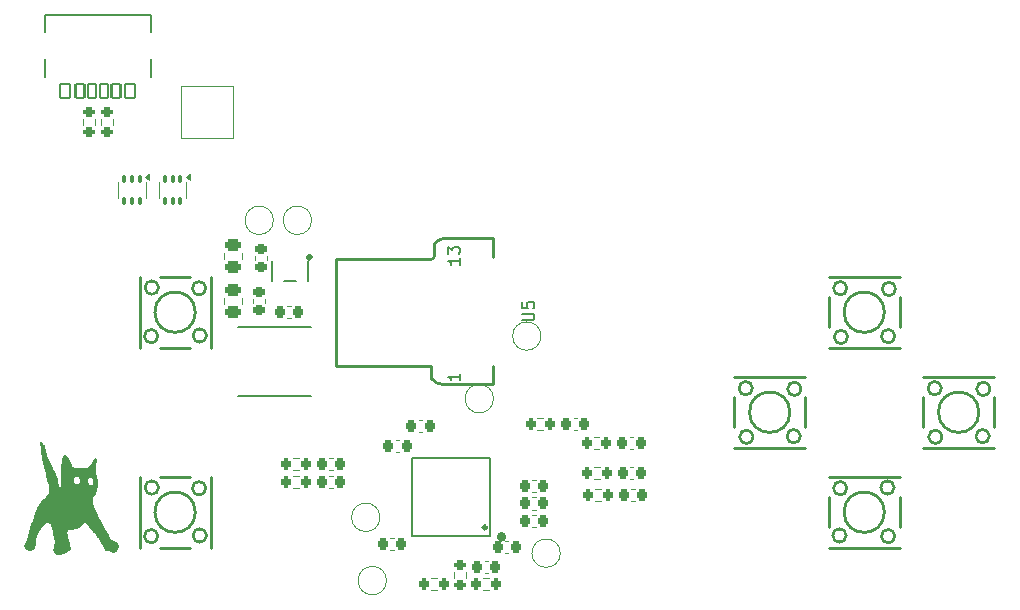
<source format=gto>
%TF.GenerationSoftware,KiCad,Pcbnew,9.0.0*%
%TF.CreationDate,2025-03-23T23:43:44-05:00*%
%TF.ProjectId,stm32card,73746d33-3263-4617-9264-2e6b69636164,rev?*%
%TF.SameCoordinates,Original*%
%TF.FileFunction,Legend,Top*%
%TF.FilePolarity,Positive*%
%FSLAX46Y46*%
G04 Gerber Fmt 4.6, Leading zero omitted, Abs format (unit mm)*
G04 Created by KiCad (PCBNEW 9.0.0) date 2025-03-23 23:43:44*
%MOMM*%
%LPD*%
G01*
G04 APERTURE LIST*
G04 Aperture macros list*
%AMRoundRect*
0 Rectangle with rounded corners*
0 $1 Rounding radius*
0 $2 $3 $4 $5 $6 $7 $8 $9 X,Y pos of 4 corners*
0 Add a 4 corners polygon primitive as box body*
4,1,4,$2,$3,$4,$5,$6,$7,$8,$9,$2,$3,0*
0 Add four circle primitives for the rounded corners*
1,1,$1+$1,$2,$3*
1,1,$1+$1,$4,$5*
1,1,$1+$1,$6,$7*
1,1,$1+$1,$8,$9*
0 Add four rect primitives between the rounded corners*
20,1,$1+$1,$2,$3,$4,$5,0*
20,1,$1+$1,$4,$5,$6,$7,0*
20,1,$1+$1,$6,$7,$8,$9,0*
20,1,$1+$1,$8,$9,$2,$3,0*%
G04 Aperture macros list end*
%ADD10C,0.150000*%
%ADD11C,0.200000*%
%ADD12C,0.000000*%
%ADD13C,0.120000*%
%ADD14C,0.250000*%
%ADD15C,0.300000*%
%ADD16C,0.127000*%
%ADD17C,0.400000*%
%ADD18RoundRect,0.225000X-0.225000X-0.250000X0.225000X-0.250000X0.225000X0.250000X-0.225000X0.250000X0*%
%ADD19RoundRect,0.225000X0.225000X0.250000X-0.225000X0.250000X-0.225000X-0.250000X0.225000X-0.250000X0*%
%ADD20R,1.800000X1.200000*%
%ADD21R,4.000000X4.000000*%
%ADD22C,2.000000*%
%ADD23R,0.490000X1.160000*%
%ADD24R,0.490000X1.180000*%
%ADD25RoundRect,0.200000X-0.200000X-0.275000X0.200000X-0.275000X0.200000X0.275000X-0.200000X0.275000X0*%
%ADD26R,2.200000X0.400000*%
%ADD27RoundRect,0.200000X0.200000X0.275000X-0.200000X0.275000X-0.200000X-0.275000X0.200000X-0.275000X0*%
%ADD28RoundRect,0.100000X-0.100000X0.225000X-0.100000X-0.225000X0.100000X-0.225000X0.100000X0.225000X0*%
%ADD29RoundRect,0.250000X0.450000X-0.262500X0.450000X0.262500X-0.450000X0.262500X-0.450000X-0.262500X0*%
%ADD30RoundRect,0.200000X-0.275000X0.200000X-0.275000X-0.200000X0.275000X-0.200000X0.275000X0.200000X0*%
%ADD31RoundRect,0.102000X0.350000X0.600000X-0.350000X0.600000X-0.350000X-0.600000X0.350000X-0.600000X0*%
%ADD32RoundRect,0.102000X0.380000X0.600000X-0.380000X0.600000X-0.380000X-0.600000X0.380000X-0.600000X0*%
%ADD33RoundRect,0.102000X0.400000X0.600000X-0.400000X0.600000X-0.400000X-0.600000X0.400000X-0.600000X0*%
%ADD34O,1.304000X1.904000*%
%ADD35O,1.500000X0.270000*%
%ADD36O,0.270000X1.500000*%
%ADD37C,12.100000*%
%ADD38C,12.100016*%
%ADD39C,12.100148*%
%ADD40R,1.200000X1.800000*%
%ADD41RoundRect,0.225000X0.250000X-0.225000X0.250000X0.225000X-0.250000X0.225000X-0.250000X-0.225000X0*%
%ADD42R,3.000000X5.500000*%
%ADD43RoundRect,0.225000X-0.250000X0.225000X-0.250000X-0.225000X0.250000X-0.225000X0.250000X0.225000X0*%
G04 APERTURE END LIST*
D10*
X178014285Y-107597438D02*
X178823808Y-107597438D01*
X178823808Y-107597438D02*
X178919046Y-107549819D01*
X178919046Y-107549819D02*
X178966666Y-107502200D01*
X178966666Y-107502200D02*
X179014285Y-107406962D01*
X179014285Y-107406962D02*
X179014285Y-107216486D01*
X179014285Y-107216486D02*
X178966666Y-107121248D01*
X178966666Y-107121248D02*
X178919046Y-107073629D01*
X178919046Y-107073629D02*
X178823808Y-107026010D01*
X178823808Y-107026010D02*
X178014285Y-107026010D01*
X178014285Y-106073629D02*
X178014285Y-106549819D01*
X178014285Y-106549819D02*
X178490475Y-106597438D01*
X178490475Y-106597438D02*
X178442856Y-106549819D01*
X178442856Y-106549819D02*
X178395237Y-106454581D01*
X178395237Y-106454581D02*
X178395237Y-106216486D01*
X178395237Y-106216486D02*
X178442856Y-106121248D01*
X178442856Y-106121248D02*
X178490475Y-106073629D01*
X178490475Y-106073629D02*
X178585713Y-106026010D01*
X178585713Y-106026010D02*
X178823808Y-106026010D01*
X178823808Y-106026010D02*
X178919046Y-106073629D01*
X178919046Y-106073629D02*
X178966666Y-106121248D01*
X178966666Y-106121248D02*
X179014285Y-106216486D01*
X179014285Y-106216486D02*
X179014285Y-106454581D01*
X179014285Y-106454581D02*
X178966666Y-106549819D01*
X178966666Y-106549819D02*
X178919046Y-106597438D01*
D11*
X172711685Y-112107588D02*
X172711685Y-112679016D01*
X172711685Y-112393302D02*
X171711685Y-112393302D01*
X171711685Y-112393302D02*
X171854542Y-112488540D01*
X171854542Y-112488540D02*
X171949780Y-112583778D01*
X171949780Y-112583778D02*
X171997399Y-112679016D01*
X172711685Y-102309969D02*
X172711685Y-102881397D01*
X172711685Y-102595683D02*
X171711685Y-102595683D01*
X171711685Y-102595683D02*
X171854542Y-102690921D01*
X171854542Y-102690921D02*
X171949780Y-102786159D01*
X171949780Y-102786159D02*
X171997399Y-102881397D01*
X171711685Y-101976635D02*
X171711685Y-101357588D01*
X171711685Y-101357588D02*
X172092637Y-101690921D01*
X172092637Y-101690921D02*
X172092637Y-101548064D01*
X172092637Y-101548064D02*
X172140256Y-101452826D01*
X172140256Y-101452826D02*
X172187875Y-101405207D01*
X172187875Y-101405207D02*
X172283113Y-101357588D01*
X172283113Y-101357588D02*
X172521208Y-101357588D01*
X172521208Y-101357588D02*
X172616446Y-101405207D01*
X172616446Y-101405207D02*
X172664066Y-101452826D01*
X172664066Y-101452826D02*
X172711685Y-101548064D01*
X172711685Y-101548064D02*
X172711685Y-101833778D01*
X172711685Y-101833778D02*
X172664066Y-101929016D01*
X172664066Y-101929016D02*
X172616446Y-101976635D01*
D12*
%TO.C,G\u002A\u002A\u002A*%
G36*
X137333516Y-117939951D02*
G01*
X137413070Y-118006470D01*
X137457814Y-118060221D01*
X137516544Y-118139467D01*
X137554262Y-118194974D01*
X137578567Y-118242190D01*
X137597057Y-118296564D01*
X137617331Y-118373542D01*
X137623083Y-118396215D01*
X137650417Y-118502013D01*
X137679122Y-118610335D01*
X137696776Y-118675203D01*
X137719912Y-118768036D01*
X137744095Y-118879485D01*
X137758412Y-118954190D01*
X137784989Y-119063658D01*
X137825061Y-119185170D01*
X137859788Y-119269568D01*
X137952621Y-119465812D01*
X138029196Y-119620343D01*
X138091254Y-119736504D01*
X138140539Y-119817638D01*
X138159218Y-119843879D01*
X138196920Y-119899425D01*
X138217190Y-119941200D01*
X138218304Y-119947762D01*
X138228570Y-119980296D01*
X138255949Y-120044237D01*
X138295309Y-120127871D01*
X138311979Y-120161654D01*
X138359528Y-120260585D01*
X138401693Y-120354970D01*
X138430873Y-120427626D01*
X138435097Y-120439915D01*
X138463374Y-120504056D01*
X138495861Y-120547264D01*
X138502315Y-120551842D01*
X138525873Y-120585553D01*
X138555487Y-120659175D01*
X138589130Y-120764778D01*
X138624776Y-120894430D01*
X138660400Y-121040201D01*
X138693977Y-121194160D01*
X138723480Y-121348375D01*
X138746884Y-121494918D01*
X138751064Y-121525728D01*
X138774726Y-121675833D01*
X138800604Y-121782490D01*
X138828161Y-121844013D01*
X138856861Y-121858719D01*
X138857123Y-121858634D01*
X138876003Y-121843975D01*
X138890736Y-121810744D01*
X138901777Y-121753952D01*
X138909584Y-121668613D01*
X138914611Y-121549738D01*
X138917317Y-121392339D01*
X138918156Y-121191451D01*
X138919514Y-121053970D01*
X140055780Y-121053970D01*
X140056125Y-121164082D01*
X140069251Y-121269257D01*
X140089661Y-121339746D01*
X140142627Y-121410119D01*
X140223338Y-121453428D01*
X140317859Y-121467440D01*
X140412252Y-121449925D01*
X140487611Y-121403474D01*
X140534747Y-121341034D01*
X140555893Y-121260941D01*
X140554002Y-121194472D01*
X141250612Y-121194472D01*
X141263282Y-121311204D01*
X141293566Y-121411373D01*
X141303186Y-121430421D01*
X141345270Y-121494578D01*
X141390739Y-121529153D01*
X141457001Y-121543883D01*
X141511927Y-121547174D01*
X141572359Y-121540347D01*
X141615811Y-121506361D01*
X141640255Y-121471144D01*
X141673007Y-121399989D01*
X141679164Y-121321827D01*
X141675370Y-121283130D01*
X141659494Y-121174488D01*
X141641722Y-121101321D01*
X141616515Y-121050721D01*
X141578330Y-121009779D01*
X141547319Y-120984811D01*
X141457416Y-120934642D01*
X141376291Y-120924014D01*
X141311540Y-120952721D01*
X141282013Y-120992013D01*
X141256531Y-121081350D01*
X141250612Y-121194472D01*
X140554002Y-121194472D01*
X140552820Y-121152896D01*
X140542570Y-121084114D01*
X140510996Y-120963072D01*
X140462614Y-120883244D01*
X140390984Y-120838443D01*
X140289671Y-120822484D01*
X140269974Y-120822194D01*
X140189647Y-120825001D01*
X140141355Y-120837476D01*
X140108749Y-120865702D01*
X140092932Y-120888060D01*
X140068091Y-120956202D01*
X140055780Y-121053970D01*
X138919514Y-121053970D01*
X138919889Y-121016044D01*
X138924702Y-120822059D01*
X138932143Y-120617109D01*
X138941758Y-120408807D01*
X138953094Y-120204768D01*
X138965699Y-120012604D01*
X138979119Y-119839931D01*
X138992901Y-119694360D01*
X139006593Y-119583506D01*
X139017330Y-119524296D01*
X139063348Y-119339892D01*
X139102640Y-119201313D01*
X139135969Y-119106446D01*
X139164103Y-119053178D01*
X139187804Y-119039397D01*
X139192243Y-119041292D01*
X139211773Y-119036207D01*
X139212955Y-119028402D01*
X139231209Y-119004800D01*
X139277873Y-119005123D01*
X139340796Y-119026665D01*
X139407830Y-119066721D01*
X139417130Y-119073873D01*
X139491299Y-119139145D01*
X139552763Y-119204702D01*
X139591989Y-119259557D01*
X139601112Y-119285958D01*
X139613576Y-119317608D01*
X139644735Y-119371439D01*
X139657659Y-119391300D01*
X139693982Y-119454409D01*
X139739137Y-119545298D01*
X139784529Y-119646469D01*
X139793400Y-119667657D01*
X139854745Y-119808471D01*
X139908529Y-119911163D01*
X139960818Y-119984176D01*
X140017677Y-120035955D01*
X140085170Y-120074943D01*
X140086308Y-120075480D01*
X140126495Y-120093498D01*
X140164673Y-120106690D01*
X140208446Y-120115508D01*
X140265419Y-120120405D01*
X140343197Y-120121834D01*
X140449387Y-120120246D01*
X140591592Y-120116096D01*
X140704932Y-120112307D01*
X140817111Y-120112245D01*
X140933499Y-120118011D01*
X141009431Y-120125870D01*
X141144112Y-120145209D01*
X141293014Y-119992441D01*
X141351364Y-119927210D01*
X141421076Y-119841132D01*
X141496037Y-119742794D01*
X141570130Y-119640782D01*
X141637241Y-119543683D01*
X141691255Y-119460084D01*
X141726058Y-119398571D01*
X141735973Y-119370419D01*
X141755645Y-119349901D01*
X141803033Y-119320726D01*
X141860698Y-119291987D01*
X141911201Y-119272777D01*
X141929388Y-119269568D01*
X141951484Y-119293124D01*
X141964791Y-119362571D01*
X141969277Y-119476079D01*
X141964911Y-119631816D01*
X141951663Y-119827950D01*
X141940914Y-119948864D01*
X141897312Y-120406915D01*
X141951470Y-120596360D01*
X141978973Y-120703359D01*
X142000942Y-120808640D01*
X142013006Y-120891014D01*
X142013505Y-120897242D01*
X142022677Y-120976042D01*
X142039604Y-121081025D01*
X142060849Y-121191164D01*
X142063804Y-121205019D01*
X142087290Y-121363600D01*
X142086787Y-121522606D01*
X142061116Y-121694131D01*
X142009099Y-121890268D01*
X141991712Y-121944959D01*
X141962872Y-122037425D01*
X141941247Y-122114712D01*
X141930572Y-122163220D01*
X141930052Y-122169450D01*
X141914532Y-122227388D01*
X141873896Y-122304740D01*
X141817028Y-122386309D01*
X141774538Y-122435470D01*
X141718985Y-122506337D01*
X141668521Y-122590753D01*
X141659173Y-122610242D01*
X141634130Y-122675412D01*
X141625045Y-122735077D01*
X141630255Y-122809855D01*
X141638623Y-122864969D01*
X141656670Y-122964915D01*
X141676630Y-123061784D01*
X141689163Y-123114744D01*
X141712762Y-123207482D01*
X141736023Y-123302130D01*
X141737624Y-123308823D01*
X141758445Y-123375284D01*
X141794021Y-123468901D01*
X141837939Y-123573170D01*
X141855444Y-123612070D01*
X141916842Y-123744536D01*
X141981861Y-123882645D01*
X142045707Y-124016421D01*
X142103585Y-124135888D01*
X142150700Y-124231069D01*
X142181905Y-124291344D01*
X142205093Y-124336089D01*
X142244090Y-124413779D01*
X142293559Y-124513690D01*
X142348160Y-124625101D01*
X142351027Y-124630981D01*
X142430197Y-124790536D01*
X142509674Y-124945487D01*
X142585705Y-125088967D01*
X142654536Y-125214110D01*
X142712413Y-125314047D01*
X142755584Y-125381913D01*
X142774931Y-125406546D01*
X142806018Y-125449886D01*
X142843083Y-125517947D01*
X142859073Y-125552342D01*
X142904327Y-125640604D01*
X142971635Y-125753613D01*
X143052383Y-125878519D01*
X143137959Y-126002469D01*
X143219747Y-126112615D01*
X143289133Y-126196104D01*
X143294411Y-126201803D01*
X143341364Y-126240790D01*
X143380058Y-126256387D01*
X143422432Y-126269674D01*
X143478434Y-126301922D01*
X143482211Y-126304574D01*
X143547228Y-126344244D01*
X143629765Y-126386381D01*
X143659631Y-126399805D01*
X143718655Y-126427695D01*
X143757431Y-126457876D01*
X143783185Y-126502126D01*
X143803139Y-126572225D01*
X143821452Y-126663659D01*
X143832650Y-126830158D01*
X143801709Y-126978296D01*
X143730509Y-127103801D01*
X143620931Y-127202400D01*
X143571879Y-127230778D01*
X143467443Y-127264669D01*
X143350705Y-127272589D01*
X143238485Y-127255753D01*
X143147601Y-127215377D01*
X143126771Y-127198630D01*
X143083949Y-127166119D01*
X143033601Y-127149682D01*
X142958896Y-127145073D01*
X142916778Y-127145627D01*
X142830307Y-127144147D01*
X142759483Y-127136630D01*
X142726309Y-127127430D01*
X142684494Y-127084185D01*
X142638073Y-127000386D01*
X142590471Y-126883325D01*
X142545956Y-126743299D01*
X142495395Y-126610028D01*
X142427197Y-126512722D01*
X142420467Y-126505822D01*
X142362083Y-126434382D01*
X142305136Y-126344227D01*
X142281609Y-126297898D01*
X142228874Y-126203720D01*
X142160890Y-126109763D01*
X142128845Y-126073624D01*
X142061635Y-125994516D01*
X142000235Y-125905750D01*
X141978565Y-125867416D01*
X141938478Y-125804233D01*
X141871469Y-125715695D01*
X141785122Y-125610553D01*
X141687021Y-125497562D01*
X141584750Y-125385474D01*
X141485893Y-125283043D01*
X141404515Y-125204891D01*
X141344372Y-125140454D01*
X141300438Y-125075670D01*
X141286912Y-125042237D01*
X141260991Y-124986960D01*
X141224884Y-124957970D01*
X141185025Y-124930280D01*
X141134215Y-124875680D01*
X141104105Y-124835571D01*
X141038360Y-124758772D01*
X140979430Y-124729755D01*
X140926814Y-124748335D01*
X140911141Y-124764410D01*
X140892862Y-124793846D01*
X140895803Y-124800800D01*
X140893450Y-124816206D01*
X140869122Y-124849319D01*
X140826835Y-124886073D01*
X140796580Y-124897839D01*
X140767907Y-124911889D01*
X140765582Y-124920464D01*
X140745673Y-124945540D01*
X140720591Y-124957369D01*
X140675476Y-124983521D01*
X140619482Y-125030680D01*
X140605357Y-125044800D01*
X140542633Y-125097764D01*
X140457820Y-125153801D01*
X140365393Y-125205009D01*
X140279831Y-125243485D01*
X140215611Y-125261324D01*
X140207969Y-125261736D01*
X140144344Y-125272639D01*
X140116303Y-125283725D01*
X140006204Y-125325352D01*
X139872344Y-125352890D01*
X139738555Y-125361691D01*
X139719710Y-125361096D01*
X139638816Y-125359848D01*
X139589137Y-125369301D01*
X139553656Y-125394845D01*
X139531697Y-125420658D01*
X139500426Y-125469511D01*
X139484998Y-125523346D01*
X139485380Y-125592589D01*
X139501541Y-125687668D01*
X139530485Y-125807581D01*
X139557275Y-125913611D01*
X139581935Y-126015079D01*
X139599686Y-126092267D01*
X139601431Y-126100407D01*
X139625229Y-126192688D01*
X139655472Y-126286072D01*
X139658620Y-126294486D01*
X139682630Y-126374902D01*
X139707373Y-126486428D01*
X139730535Y-126614477D01*
X139749805Y-126744465D01*
X139762870Y-126861807D01*
X139767418Y-126951919D01*
X139766516Y-126974998D01*
X139751600Y-127047052D01*
X139717074Y-127086476D01*
X139704216Y-127093038D01*
X139662472Y-127117968D01*
X139649632Y-127135492D01*
X139629762Y-127151655D01*
X139611003Y-127153999D01*
X139565621Y-127168243D01*
X139510726Y-127202493D01*
X139510693Y-127202519D01*
X139459752Y-127236437D01*
X139422332Y-127251027D01*
X139421727Y-127251039D01*
X139388048Y-127269420D01*
X139367145Y-127294753D01*
X139327946Y-127328092D01*
X139261946Y-127359862D01*
X139233946Y-127369176D01*
X139149186Y-127393989D01*
X139070023Y-127417526D01*
X139053544Y-127422501D01*
X138979184Y-127435357D01*
X138875551Y-127441319D01*
X138759529Y-127440740D01*
X138648005Y-127433975D01*
X138557865Y-127421377D01*
X138521551Y-127411352D01*
X138468434Y-127381520D01*
X138441146Y-127348314D01*
X138440960Y-127347532D01*
X138419847Y-127306939D01*
X138378242Y-127254136D01*
X138370794Y-127246108D01*
X138321383Y-127164097D01*
X138295211Y-127057634D01*
X138294759Y-126946124D01*
X138320511Y-126852988D01*
X138387254Y-126660759D01*
X138413538Y-126445488D01*
X138398918Y-126211570D01*
X138390404Y-126159348D01*
X138347245Y-125923029D01*
X138309423Y-125723763D01*
X138274687Y-125550680D01*
X138240785Y-125392912D01*
X138205466Y-125239589D01*
X138168137Y-125086496D01*
X138139945Y-124980826D01*
X138114637Y-124910181D01*
X138085887Y-124861948D01*
X138047370Y-124823514D01*
X138028907Y-124808893D01*
X137947493Y-124764466D01*
X137861390Y-124745044D01*
X137786482Y-124752602D01*
X137749994Y-124774210D01*
X137709201Y-124798415D01*
X137695159Y-124800800D01*
X137654727Y-124819510D01*
X137593380Y-124870591D01*
X137517744Y-124946466D01*
X137434446Y-125039562D01*
X137350111Y-125142301D01*
X137271366Y-125247109D01*
X137204837Y-125346411D01*
X137177962Y-125392100D01*
X137125016Y-125480608D01*
X137069355Y-125562543D01*
X137028758Y-125613503D01*
X136979579Y-125683924D01*
X136946763Y-125761162D01*
X136944372Y-125771191D01*
X136927557Y-125834942D01*
X136909664Y-125877806D01*
X136907859Y-125880360D01*
X136895542Y-125916003D01*
X136881141Y-125987320D01*
X136866456Y-126081622D01*
X136853289Y-126186221D01*
X136843442Y-126288428D01*
X136838976Y-126365556D01*
X136827022Y-126491154D01*
X136800974Y-126620353D01*
X136764299Y-126744209D01*
X136720465Y-126853778D01*
X136672939Y-126940117D01*
X136625188Y-126994281D01*
X136589747Y-127008441D01*
X136559722Y-127021001D01*
X136506387Y-127052632D01*
X136481421Y-127069090D01*
X136375917Y-127118609D01*
X136265789Y-127124034D01*
X136144309Y-127085313D01*
X136106787Y-127066250D01*
X136027112Y-127013692D01*
X135966615Y-126947447D01*
X135915490Y-126862711D01*
X135876477Y-126781862D01*
X135849462Y-126711252D01*
X135840845Y-126671115D01*
X135850460Y-126631199D01*
X135876877Y-126556714D01*
X135916452Y-126457092D01*
X135965543Y-126341765D01*
X135985096Y-126297654D01*
X136039442Y-126172649D01*
X136088138Y-126053766D01*
X136126651Y-125952558D01*
X136150451Y-125880582D01*
X136153826Y-125867401D01*
X136207351Y-125632698D01*
X136251984Y-125442042D01*
X136288609Y-125291955D01*
X136318108Y-125178958D01*
X136341364Y-125099574D01*
X136359262Y-125050324D01*
X136363737Y-125040870D01*
X136388198Y-124968224D01*
X136398807Y-124886489D01*
X136398820Y-124884052D01*
X136416234Y-124794452D01*
X136467973Y-124716314D01*
X136517779Y-124640122D01*
X136549824Y-124555381D01*
X136552286Y-124542749D01*
X136577755Y-124459077D01*
X136620689Y-124376395D01*
X136628691Y-124364932D01*
X136679037Y-124265022D01*
X136689937Y-124194149D01*
X136701001Y-124115616D01*
X136728547Y-124028320D01*
X136738457Y-124005955D01*
X136768161Y-123935027D01*
X136785306Y-123875797D01*
X136786976Y-123860692D01*
X136796714Y-123810296D01*
X136806388Y-123792806D01*
X136824655Y-123759261D01*
X136852882Y-123694867D01*
X136880858Y-123624200D01*
X136944826Y-123466439D01*
X137006119Y-123336908D01*
X137061494Y-123241850D01*
X137107408Y-123187750D01*
X137134351Y-123154499D01*
X137174228Y-123091808D01*
X137216077Y-123017518D01*
X137264362Y-122937767D01*
X137308980Y-122883470D01*
X137337532Y-122865169D01*
X137377948Y-122841852D01*
X137425963Y-122791888D01*
X137441372Y-122771038D01*
X137502642Y-122698963D01*
X137575778Y-122634854D01*
X137587378Y-122626782D01*
X137655630Y-122569406D01*
X137712314Y-122501844D01*
X137719395Y-122490445D01*
X137757882Y-122426609D01*
X137810246Y-122343252D01*
X137852024Y-122278559D01*
X137897249Y-122205580D01*
X137923119Y-122146793D01*
X137934776Y-122083148D01*
X137937361Y-121995592D01*
X137937150Y-121963182D01*
X137923966Y-121759744D01*
X137890683Y-121540338D01*
X137841418Y-121331650D01*
X137819462Y-121250954D01*
X137802067Y-121179789D01*
X137798271Y-121161831D01*
X137782179Y-121091526D01*
X137754139Y-120982642D01*
X137716245Y-120843043D01*
X137670592Y-120680592D01*
X137662528Y-120652376D01*
X137495850Y-120000418D01*
X137362546Y-119328817D01*
X137266202Y-118656227D01*
X137249737Y-118504234D01*
X137235445Y-118387975D01*
X137217691Y-118278662D01*
X137199327Y-118192732D01*
X137190481Y-118162738D01*
X137164846Y-118051905D01*
X137172416Y-117971877D01*
X137207106Y-117924986D01*
X137262834Y-117913567D01*
X137333516Y-117939951D01*
G37*
D13*
%TO.C,C14*%
X187228862Y-121900210D02*
X187510022Y-121900210D01*
X187228862Y-122920210D02*
X187510022Y-122920210D01*
%TO.C,C4*%
X167573929Y-117743643D02*
X167292769Y-117743643D01*
X167573929Y-118763643D02*
X167292769Y-118763643D01*
D14*
%TO.C,b_up1*%
X203951133Y-103915534D02*
X209951133Y-103915534D01*
X203951133Y-105645534D02*
X203951133Y-108185534D01*
X203951133Y-109915534D02*
X209951133Y-109915534D01*
X209951133Y-105645534D02*
X209951133Y-108185534D01*
X205491133Y-104885534D02*
G75*
G02*
X204351133Y-104885534I-570000J0D01*
G01*
X204351133Y-104885534D02*
G75*
G02*
X205491133Y-104885534I570000J0D01*
G01*
X205551133Y-109005534D02*
G75*
G02*
X204411133Y-109005534I-570000J0D01*
G01*
X204411133Y-109005534D02*
G75*
G02*
X205551133Y-109005534I570000J0D01*
G01*
X208661133Y-106915534D02*
G75*
G02*
X205241133Y-106915534I-1710000J0D01*
G01*
X205241133Y-106915534D02*
G75*
G02*
X208661133Y-106915534I1710000J0D01*
G01*
X209551133Y-108945534D02*
G75*
G02*
X208411133Y-108945534I-570000J0D01*
G01*
X208411133Y-108945534D02*
G75*
G02*
X209551133Y-108945534I570000J0D01*
G01*
X209611133Y-104945534D02*
G75*
G02*
X208471133Y-104945534I-570000J0D01*
G01*
X208471133Y-104945534D02*
G75*
G02*
X209611133Y-104945534I570000J0D01*
G01*
D13*
%TO.C,TP1*%
X149096213Y-87789223D02*
X153496213Y-87789223D01*
X149096213Y-92189223D02*
X149096213Y-87789223D01*
X153496213Y-87789223D02*
X153496213Y-92189223D01*
X153496213Y-92189223D02*
X149096213Y-92189223D01*
%TO.C,unreg_vcc1*%
X160163914Y-99135976D02*
G75*
G02*
X157763914Y-99135976I-1200000J0D01*
G01*
X157763914Y-99135976D02*
G75*
G02*
X160163914Y-99135976I1200000J0D01*
G01*
%TO.C,C16*%
X187132579Y-120025261D02*
X187413739Y-120025261D01*
X187132579Y-121045261D02*
X187413739Y-121045261D01*
%TO.C,SWDIO1*%
X165950573Y-124284125D02*
G75*
G02*
X163550573Y-124284125I-1200000J0D01*
G01*
X163550573Y-124284125D02*
G75*
G02*
X165950573Y-124284125I1200000J0D01*
G01*
D10*
%TO.C,U1*%
X156795688Y-102555065D02*
X156795688Y-104255065D01*
X157845688Y-104255065D02*
X158805688Y-104255065D01*
X159855688Y-102555065D02*
X159855688Y-104255065D01*
D15*
X160125688Y-102265065D02*
G75*
G02*
X159825688Y-102265065I-150000J0D01*
G01*
X159825688Y-102265065D02*
G75*
G02*
X160125688Y-102265065I150000J0D01*
G01*
D13*
%TO.C,R10*%
X174711476Y-129410881D02*
X175185992Y-129410881D01*
X174711476Y-130455881D02*
X175185992Y-130455881D01*
%TO.C,C12*%
X176546275Y-126269815D02*
X176827435Y-126269815D01*
X176546275Y-127289815D02*
X176827435Y-127289815D01*
D14*
%TO.C,U5*%
X162259466Y-111435534D02*
X162259466Y-102435534D01*
X170309466Y-102435534D02*
X162259466Y-102435534D01*
X170309466Y-111435534D02*
X162259466Y-111435534D01*
X170309466Y-111485534D02*
X170309466Y-112535534D01*
X170549466Y-102195534D02*
X170549466Y-101145534D01*
X171559466Y-113035534D02*
X171209466Y-113035534D01*
X175559466Y-100635534D02*
X171559466Y-100635534D01*
X175559466Y-102205534D02*
X175559466Y-100635534D01*
X175559466Y-113035534D02*
X171559466Y-113035534D01*
X175559466Y-113035534D02*
X175559466Y-111475534D01*
X170549466Y-102195534D02*
G75*
G02*
X170309466Y-102435534I-239999J-1D01*
G01*
X170550508Y-101147629D02*
G75*
G02*
X171559466Y-100635534I1008959J-737906D01*
G01*
X171319466Y-113045534D02*
G75*
G02*
X170310508Y-112533439I0J1250000D01*
G01*
D13*
%TO.C,C11*%
X178851070Y-124061621D02*
X179132230Y-124061621D01*
X178851070Y-125081621D02*
X179132230Y-125081621D01*
%TO.C,R11*%
X170768253Y-129412813D02*
X170293737Y-129412813D01*
X170768253Y-130457813D02*
X170293737Y-130457813D01*
%TO.C,U3*%
X147254155Y-95874097D02*
X147254155Y-97274097D01*
X149574155Y-95864097D02*
X149574155Y-97274097D01*
X149854155Y-95734097D02*
X149524155Y-95494097D01*
X149854155Y-95254097D01*
X149854155Y-95734097D01*
G36*
X149854155Y-95734097D02*
G01*
X149524155Y-95494097D01*
X149854155Y-95254097D01*
X149854155Y-95734097D01*
G37*
%TO.C,R4*%
X152763188Y-102374629D02*
X152763188Y-101920501D01*
X154233188Y-102374629D02*
X154233188Y-101920501D01*
%TO.C,R2*%
X142308633Y-90568276D02*
X142308633Y-91042792D01*
X143353633Y-90568276D02*
X143353633Y-91042792D01*
%TO.C,C13*%
X182344599Y-115888550D02*
X182625759Y-115888550D01*
X182344599Y-116908550D02*
X182625759Y-116908550D01*
%TO.C,R3*%
X152763188Y-106199629D02*
X152763188Y-105745501D01*
X154233188Y-106199629D02*
X154233188Y-105745501D01*
%TO.C,C8*%
X179132230Y-121141621D02*
X178851070Y-121141621D01*
X179132230Y-122161621D02*
X178851070Y-122161621D01*
%TO.C,R9*%
X184075901Y-120012761D02*
X184550417Y-120012761D01*
X184075901Y-121057761D02*
X184550417Y-121057761D01*
%TO.C,R13*%
X158621998Y-120763502D02*
X159096514Y-120763502D01*
X158621998Y-121808502D02*
X159096514Y-121808502D01*
%TO.C,C15*%
X187116424Y-117506635D02*
X187397584Y-117506635D01*
X187116424Y-118526635D02*
X187397584Y-118526635D01*
D14*
%TO.C,b_left1*%
X211951133Y-112382201D02*
X217951133Y-112382201D01*
X211951133Y-114112201D02*
X211951133Y-116652201D01*
X211951133Y-118382201D02*
X217951133Y-118382201D01*
X217951133Y-114112201D02*
X217951133Y-116652201D01*
X213491133Y-113352201D02*
G75*
G02*
X212351133Y-113352201I-570000J0D01*
G01*
X212351133Y-113352201D02*
G75*
G02*
X213491133Y-113352201I570000J0D01*
G01*
X213551133Y-117472201D02*
G75*
G02*
X212411133Y-117472201I-570000J0D01*
G01*
X212411133Y-117472201D02*
G75*
G02*
X213551133Y-117472201I570000J0D01*
G01*
X216661133Y-115382201D02*
G75*
G02*
X213241133Y-115382201I-1710000J0D01*
G01*
X213241133Y-115382201D02*
G75*
G02*
X216661133Y-115382201I1710000J0D01*
G01*
X217551133Y-117412201D02*
G75*
G02*
X216411133Y-117412201I-570000J0D01*
G01*
X216411133Y-117412201D02*
G75*
G02*
X217551133Y-117412201I570000J0D01*
G01*
X217611133Y-113412201D02*
G75*
G02*
X216471133Y-113412201I-570000J0D01*
G01*
X216471133Y-113412201D02*
G75*
G02*
X217611133Y-113412201I570000J0D01*
G01*
D13*
%TO.C,C5*%
X178851070Y-122601621D02*
X179132230Y-122601621D01*
X178851070Y-123621621D02*
X179132230Y-123621621D01*
D14*
%TO.C,b_right1*%
X195951133Y-112382201D02*
X201951133Y-112382201D01*
X195951133Y-114112201D02*
X195951133Y-116652201D01*
X195951133Y-118382201D02*
X201951133Y-118382201D01*
X201951133Y-114112201D02*
X201951133Y-116652201D01*
X197491133Y-113352201D02*
G75*
G02*
X196351133Y-113352201I-570000J0D01*
G01*
X196351133Y-113352201D02*
G75*
G02*
X197491133Y-113352201I570000J0D01*
G01*
X197551133Y-117472201D02*
G75*
G02*
X196411133Y-117472201I-570000J0D01*
G01*
X196411133Y-117472201D02*
G75*
G02*
X197551133Y-117472201I570000J0D01*
G01*
X200661133Y-115382201D02*
G75*
G02*
X197241133Y-115382201I-1710000J0D01*
G01*
X197241133Y-115382201D02*
G75*
G02*
X200661133Y-115382201I1710000J0D01*
G01*
X201551133Y-117412201D02*
G75*
G02*
X200411133Y-117412201I-570000J0D01*
G01*
X200411133Y-117412201D02*
G75*
G02*
X201551133Y-117412201I570000J0D01*
G01*
X201611133Y-113412201D02*
G75*
G02*
X200471133Y-113412201I-570000J0D01*
G01*
X200471133Y-113412201D02*
G75*
G02*
X201611133Y-113412201I570000J0D01*
G01*
D13*
%TO.C,R12*%
X158615784Y-119264900D02*
X159090300Y-119264900D01*
X158615784Y-120309900D02*
X159090300Y-120309900D01*
%TO.C,C17*%
X161672462Y-119277400D02*
X161953622Y-119277400D01*
X161672462Y-120297400D02*
X161953622Y-120297400D01*
%TO.C,R6*%
X184172184Y-121887710D02*
X184646700Y-121887710D01*
X184172184Y-122932710D02*
X184646700Y-122932710D01*
%TO.C,TP_mosi1*%
X175562663Y-114235371D02*
G75*
G02*
X173162663Y-114235371I-1200000J0D01*
G01*
X173162663Y-114235371D02*
G75*
G02*
X175562663Y-114235371I1200000J0D01*
G01*
D16*
%TO.C,J1*%
X137604466Y-81730000D02*
X137604466Y-83160000D01*
X137604466Y-86960000D02*
X137604466Y-85500000D01*
X146544466Y-81730000D02*
X137604466Y-81730000D01*
X146544466Y-83160000D02*
X146544466Y-81730000D01*
X146544466Y-86960000D02*
X146544466Y-85500000D01*
D13*
%TO.C,R7*%
X184059746Y-117494135D02*
X184534262Y-117494135D01*
X184059746Y-118539135D02*
X184534262Y-118539135D01*
%TO.C,tst_nrst1*%
X181221047Y-127320001D02*
G75*
G02*
X178821047Y-127320001I-1200000J0D01*
G01*
X178821047Y-127320001D02*
G75*
G02*
X181221047Y-127320001I1200000J0D01*
G01*
%TO.C,TestPoint_gnd1*%
X156934045Y-99135976D02*
G75*
G02*
X154534045Y-99135976I-1200000J0D01*
G01*
X154534045Y-99135976D02*
G75*
G02*
X156934045Y-99135976I1200000J0D01*
G01*
%TO.C,C2*%
X169248031Y-116043306D02*
X169529191Y-116043306D01*
X169248031Y-117063306D02*
X169529191Y-117063306D01*
%TO.C,TP_sck1*%
X179581844Y-108935534D02*
G75*
G02*
X177181844Y-108935534I-1200000J0D01*
G01*
X177181844Y-108935534D02*
G75*
G02*
X179581844Y-108935534I1200000J0D01*
G01*
%TO.C,C18*%
X161678676Y-120776002D02*
X161959836Y-120776002D01*
X161678676Y-121796002D02*
X161959836Y-121796002D01*
D11*
%TO.C,U4*%
X168650878Y-119224125D02*
X175300878Y-119224125D01*
X168650878Y-125424125D02*
X168650878Y-119224125D01*
X168650878Y-125854125D02*
X168650878Y-125094125D01*
X175300878Y-119224125D02*
X175300878Y-125854125D01*
X175300878Y-125854125D02*
X168650878Y-125854125D01*
D17*
X176050878Y-125914125D02*
G75*
G02*
X176050628Y-125924152I200000J-10003D01*
G01*
D14*
X174990878Y-125154125D02*
G75*
G02*
X174650878Y-125154125I-170000J0D01*
G01*
X174650878Y-125154125D02*
G75*
G02*
X174990878Y-125154125I170000J0D01*
G01*
D13*
%TO.C,C10*%
X158107608Y-106350065D02*
X158388768Y-106350065D01*
X158107608Y-107370065D02*
X158388768Y-107370065D01*
D14*
%TO.C,b_b1*%
X145607799Y-126848868D02*
X145607799Y-120848868D01*
X147337799Y-120848868D02*
X149877799Y-120848868D01*
X147337799Y-126848868D02*
X149877799Y-126848868D01*
X151607799Y-126848868D02*
X151607799Y-120848868D01*
X147147799Y-125878868D02*
G75*
G02*
X146007799Y-125878868I-570000J0D01*
G01*
X146007799Y-125878868D02*
G75*
G02*
X147147799Y-125878868I570000J0D01*
G01*
X147207799Y-121758868D02*
G75*
G02*
X146067799Y-121758868I-570000J0D01*
G01*
X146067799Y-121758868D02*
G75*
G02*
X147207799Y-121758868I570000J0D01*
G01*
X150317799Y-123848868D02*
G75*
G02*
X146897799Y-123848868I-1710000J0D01*
G01*
X146897799Y-123848868D02*
G75*
G02*
X150317799Y-123848868I1710000J0D01*
G01*
X151207799Y-121818868D02*
G75*
G02*
X150067799Y-121818868I-570000J0D01*
G01*
X150067799Y-121818868D02*
G75*
G02*
X151207799Y-121818868I570000J0D01*
G01*
X151267799Y-125818868D02*
G75*
G02*
X150127799Y-125818868I-570000J0D01*
G01*
X150127799Y-125818868D02*
G75*
G02*
X151267799Y-125818868I570000J0D01*
G01*
%TO.C,b_down1*%
X203951133Y-125118868D02*
X203951133Y-122578868D01*
X209951133Y-120848868D02*
X203951133Y-120848868D01*
X209951133Y-125118868D02*
X209951133Y-122578868D01*
X209951133Y-126848868D02*
X203951133Y-126848868D01*
X205431133Y-125818868D02*
G75*
G02*
X204291133Y-125818868I-570000J0D01*
G01*
X204291133Y-125818868D02*
G75*
G02*
X205431133Y-125818868I570000J0D01*
G01*
X205491133Y-121818868D02*
G75*
G02*
X204351133Y-121818868I-570000J0D01*
G01*
X204351133Y-121818868D02*
G75*
G02*
X205491133Y-121818868I570000J0D01*
G01*
X208661133Y-123848868D02*
G75*
G02*
X205241133Y-123848868I-1710000J0D01*
G01*
X205241133Y-123848868D02*
G75*
G02*
X208661133Y-123848868I1710000J0D01*
G01*
X209491133Y-121758868D02*
G75*
G02*
X208351133Y-121758868I-570000J0D01*
G01*
X208351133Y-121758868D02*
G75*
G02*
X209491133Y-121758868I570000J0D01*
G01*
X209551133Y-125878868D02*
G75*
G02*
X208411133Y-125878868I-570000J0D01*
G01*
X208411133Y-125878868D02*
G75*
G02*
X209551133Y-125878868I570000J0D01*
G01*
D13*
%TO.C,R5*%
X179287921Y-115876050D02*
X179762437Y-115876050D01*
X179287921Y-116921050D02*
X179762437Y-116921050D01*
%TO.C,C9*%
X155238188Y-106113145D02*
X155238188Y-105831985D01*
X156258188Y-106113145D02*
X156258188Y-105831985D01*
%TO.C,U2*%
X143790255Y-95874097D02*
X143790255Y-97274097D01*
X146110255Y-95864097D02*
X146110255Y-97274097D01*
X146390255Y-95734097D02*
X146060255Y-95494097D01*
X146390255Y-95254097D01*
X146390255Y-95734097D01*
G36*
X146390255Y-95734097D02*
G01*
X146060255Y-95494097D01*
X146390255Y-95254097D01*
X146390255Y-95734097D01*
G37*
%TO.C,SWCLK1*%
X166503801Y-129637235D02*
G75*
G02*
X164103801Y-129637235I-1200000J0D01*
G01*
X164103801Y-129637235D02*
G75*
G02*
X166503801Y-129637235I1200000J0D01*
G01*
%TO.C,R8*%
X172218378Y-128945224D02*
X172218378Y-129419740D01*
X173263378Y-128945224D02*
X173263378Y-129419740D01*
%TO.C,C6*%
X174808144Y-127968655D02*
X175089304Y-127968655D01*
X174808144Y-128988655D02*
X175089304Y-128988655D01*
D10*
%TO.C,L1*%
X153948188Y-108140065D02*
X160098188Y-108140065D01*
X153948188Y-113980065D02*
X160098188Y-113980065D01*
X160098188Y-108140065D02*
X160098188Y-108140065D01*
X160098188Y-113980065D02*
X160098188Y-113980065D01*
D14*
%TO.C,b_a1*%
X145607799Y-109915534D02*
X145607799Y-103915534D01*
X147337799Y-103915534D02*
X149877799Y-103915534D01*
X147337799Y-109915534D02*
X149877799Y-109915534D01*
X151607799Y-109915534D02*
X151607799Y-103915534D01*
X147147799Y-108945534D02*
G75*
G02*
X146007799Y-108945534I-570000J0D01*
G01*
X146007799Y-108945534D02*
G75*
G02*
X147147799Y-108945534I570000J0D01*
G01*
X147207799Y-104825534D02*
G75*
G02*
X146067799Y-104825534I-570000J0D01*
G01*
X146067799Y-104825534D02*
G75*
G02*
X147207799Y-104825534I570000J0D01*
G01*
X150317799Y-106915534D02*
G75*
G02*
X146897799Y-106915534I-1710000J0D01*
G01*
X146897799Y-106915534D02*
G75*
G02*
X150317799Y-106915534I1710000J0D01*
G01*
X151207799Y-104885534D02*
G75*
G02*
X150067799Y-104885534I-570000J0D01*
G01*
X150067799Y-104885534D02*
G75*
G02*
X151207799Y-104885534I570000J0D01*
G01*
X151267799Y-108885534D02*
G75*
G02*
X150127799Y-108885534I-570000J0D01*
G01*
X150127799Y-108885534D02*
G75*
G02*
X151267799Y-108885534I570000J0D01*
G01*
D13*
%TO.C,C3*%
X167106458Y-126008684D02*
X166825298Y-126008684D01*
X167106458Y-127028684D02*
X166825298Y-127028684D01*
%TO.C,C1*%
X155350751Y-102192077D02*
X155350751Y-102473237D01*
X156370751Y-102192077D02*
X156370751Y-102473237D01*
%TO.C,R1*%
X140808633Y-90568276D02*
X140808633Y-91042792D01*
X141853633Y-90568276D02*
X141853633Y-91042792D01*
%TD*%
%LPC*%
D18*
%TO.C,C14*%
X186594442Y-122410210D03*
X188144442Y-122410210D03*
%TD*%
D19*
%TO.C,C4*%
X168208349Y-118253643D03*
X166658349Y-118253643D03*
%TD*%
D20*
%TO.C,b_up1*%
X202951133Y-104665534D03*
X210951133Y-104665534D03*
X202951133Y-109165534D03*
X210951133Y-109165534D03*
%TD*%
D21*
%TO.C,TP1*%
X151296213Y-89989223D03*
%TD*%
D22*
%TO.C,unreg_vcc1*%
X158963914Y-99135976D03*
%TD*%
D18*
%TO.C,C16*%
X186498159Y-120535261D03*
X188048159Y-120535261D03*
%TD*%
D22*
%TO.C,SWDIO1*%
X164750573Y-124284125D03*
%TD*%
D23*
%TO.C,U1*%
X159275688Y-102255065D03*
X158325688Y-102255065D03*
X157375688Y-102255065D03*
D24*
X157375688Y-104555065D03*
X159275688Y-104555065D03*
%TD*%
D25*
%TO.C,R10*%
X174123734Y-129933381D03*
X175773734Y-129933381D03*
%TD*%
D18*
%TO.C,C12*%
X175911855Y-126779815D03*
X177461855Y-126779815D03*
%TD*%
D26*
%TO.C,U5*%
X174559466Y-111035534D03*
X174559466Y-110335534D03*
X174559466Y-109635534D03*
X174559466Y-108935534D03*
X174559466Y-108235534D03*
X174559466Y-107535534D03*
X174559466Y-106835534D03*
X174559466Y-106135534D03*
X174559466Y-105435534D03*
X174559466Y-104735534D03*
X174559466Y-104035534D03*
X174559466Y-103335534D03*
X174559466Y-102635534D03*
%TD*%
D18*
%TO.C,C11*%
X178216650Y-124571621D03*
X179766650Y-124571621D03*
%TD*%
D27*
%TO.C,R11*%
X171355995Y-129935313D03*
X169705995Y-129935313D03*
%TD*%
D28*
%TO.C,U3*%
X149064155Y-95624097D03*
X148414155Y-95624097D03*
X147764155Y-95624097D03*
X147764155Y-97524097D03*
X148414155Y-97524097D03*
X149064155Y-97524097D03*
%TD*%
D29*
%TO.C,R4*%
X153498188Y-103060065D03*
X153498188Y-101235065D03*
%TD*%
D30*
%TO.C,R2*%
X142831133Y-89980534D03*
X142831133Y-91630534D03*
%TD*%
D18*
%TO.C,C13*%
X181710179Y-116398550D03*
X183260179Y-116398550D03*
%TD*%
D29*
%TO.C,R3*%
X153498188Y-106885065D03*
X153498188Y-105060065D03*
%TD*%
D19*
%TO.C,C8*%
X179766650Y-121651621D03*
X178216650Y-121651621D03*
%TD*%
D25*
%TO.C,R9*%
X183488159Y-120535261D03*
X185138159Y-120535261D03*
%TD*%
%TO.C,R13*%
X158034256Y-121286002D03*
X159684256Y-121286002D03*
%TD*%
D18*
%TO.C,C15*%
X186482004Y-118016635D03*
X188032004Y-118016635D03*
%TD*%
D20*
%TO.C,b_left1*%
X210951133Y-113132201D03*
X218951133Y-113132201D03*
X210951133Y-117632201D03*
X218951133Y-117632201D03*
%TD*%
D18*
%TO.C,C5*%
X178216650Y-123111621D03*
X179766650Y-123111621D03*
%TD*%
D20*
%TO.C,b_right1*%
X194951133Y-113132201D03*
X202951133Y-113132201D03*
X194951133Y-117632201D03*
X202951133Y-117632201D03*
%TD*%
D25*
%TO.C,R12*%
X158028042Y-119787400D03*
X159678042Y-119787400D03*
%TD*%
D18*
%TO.C,C17*%
X161038042Y-119787400D03*
X162588042Y-119787400D03*
%TD*%
D25*
%TO.C,R6*%
X183584442Y-122410210D03*
X185234442Y-122410210D03*
%TD*%
D22*
%TO.C,TP_mosi1*%
X174362663Y-114235371D03*
%TD*%
D31*
%TO.C,J1*%
X142574466Y-88210000D03*
D32*
X140554466Y-88210000D03*
D33*
X139324466Y-88210000D03*
D31*
X141574466Y-88210000D03*
D32*
X143594466Y-88210000D03*
D33*
X144824466Y-88210000D03*
D34*
X146394466Y-88130000D03*
X146394466Y-84330000D03*
X137754466Y-88130000D03*
X137754466Y-84330000D03*
%TD*%
D25*
%TO.C,R7*%
X183472004Y-118016635D03*
X185122004Y-118016635D03*
%TD*%
D22*
%TO.C,tst_nrst1*%
X180021047Y-127320001D03*
%TD*%
%TO.C,TestPoint_gnd1*%
X155734045Y-99135976D03*
%TD*%
D18*
%TO.C,C2*%
X168613611Y-116553306D03*
X170163611Y-116553306D03*
%TD*%
D22*
%TO.C,TP_sck1*%
X178381844Y-108935534D03*
%TD*%
D18*
%TO.C,C18*%
X161044256Y-121286002D03*
X162594256Y-121286002D03*
%TD*%
D35*
%TO.C,U4*%
X176240878Y-125284125D03*
X176240878Y-124784125D03*
X176240878Y-124284125D03*
X176240878Y-123784125D03*
X176240878Y-123284125D03*
X176240878Y-122784125D03*
X176240878Y-122284125D03*
X176240878Y-121784125D03*
X176240878Y-121284125D03*
X176240878Y-120784125D03*
X176240878Y-120284125D03*
X176240878Y-119784125D03*
D36*
X174740878Y-118284125D03*
X174240878Y-118284125D03*
X173740878Y-118284125D03*
X173240878Y-118284125D03*
X172740878Y-118284125D03*
X172240878Y-118284125D03*
X171740878Y-118284125D03*
X171240878Y-118284125D03*
X170740878Y-118284125D03*
X170240878Y-118284125D03*
X169740878Y-118284125D03*
X169240878Y-118284125D03*
D35*
X167740878Y-119784125D03*
X167740878Y-120284125D03*
X167740878Y-120784125D03*
X167740878Y-121284125D03*
X167740878Y-121784125D03*
X167740878Y-122284125D03*
X167740878Y-122784125D03*
X167740878Y-123284125D03*
X167740878Y-123784125D03*
X167740878Y-124284125D03*
X167740878Y-124784125D03*
X167740878Y-125284125D03*
D36*
X169240878Y-126784125D03*
X169740878Y-126784125D03*
X170240878Y-126784125D03*
X170740878Y-126784125D03*
X171240878Y-126784125D03*
X171740878Y-126784125D03*
X172240878Y-126784125D03*
X172740878Y-126784125D03*
X173240878Y-126784125D03*
X173740878Y-126784125D03*
X174240878Y-126784125D03*
X174740878Y-126784125D03*
%TD*%
D18*
%TO.C,C10*%
X157473188Y-106860065D03*
X159023188Y-106860065D03*
%TD*%
D37*
%TO.C,U6*%
X167753529Y-90002380D03*
D38*
X180853529Y-90002380D03*
D39*
X193953529Y-90002380D03*
D37*
X207053529Y-90002380D03*
%TD*%
D40*
%TO.C,b_b1*%
X146357799Y-127848868D03*
X146357799Y-119848868D03*
X150857799Y-127848868D03*
X150857799Y-119848868D03*
%TD*%
D20*
%TO.C,b_down1*%
X210951133Y-126098868D03*
X202951133Y-126098868D03*
X210951133Y-121598868D03*
X202951133Y-121598868D03*
%TD*%
D25*
%TO.C,R5*%
X178700179Y-116398550D03*
X180350179Y-116398550D03*
%TD*%
D41*
%TO.C,C9*%
X155748188Y-106747565D03*
X155748188Y-105197565D03*
%TD*%
D28*
%TO.C,U2*%
X145600255Y-95624097D03*
X144950255Y-95624097D03*
X144300255Y-95624097D03*
X144300255Y-97524097D03*
X144950255Y-97524097D03*
X145600255Y-97524097D03*
%TD*%
D22*
%TO.C,SWCLK1*%
X165303801Y-129637235D03*
%TD*%
D30*
%TO.C,R8*%
X172740878Y-128357482D03*
X172740878Y-130007482D03*
%TD*%
D18*
%TO.C,C6*%
X174173724Y-128478655D03*
X175723724Y-128478655D03*
%TD*%
D42*
%TO.C,L1*%
X159428188Y-111060065D03*
X154768188Y-111060065D03*
%TD*%
D40*
%TO.C,b_a1*%
X146357799Y-110915534D03*
X146357799Y-102915534D03*
X150857799Y-110915534D03*
X150857799Y-102915534D03*
%TD*%
D19*
%TO.C,C3*%
X167740878Y-126518684D03*
X166190878Y-126518684D03*
%TD*%
D43*
%TO.C,C1*%
X155860751Y-101557657D03*
X155860751Y-103107657D03*
%TD*%
D30*
%TO.C,R1*%
X141331133Y-89980534D03*
X141331133Y-91630534D03*
%TD*%
%LPD*%
M02*

</source>
